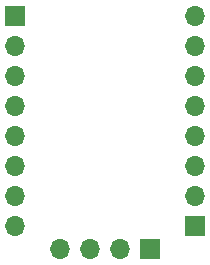
<source format=gbl>
G04 #@! TF.FileFunction,Copper,L2,Bot,Signal*
%FSLAX46Y46*%
G04 Gerber Fmt 4.6, Leading zero omitted, Abs format (unit mm)*
G04 Created by KiCad (PCBNEW 4.0.7-e0-6372~58~ubuntu16.04.1) date Tue Sep 12 02:06:09 2017*
%MOMM*%
%LPD*%
G01*
G04 APERTURE LIST*
%ADD10C,0.100000*%
%ADD11R,1.700000X1.700000*%
%ADD12O,1.700000X1.700000*%
G04 APERTURE END LIST*
D10*
D11*
X140335000Y-96520000D03*
D12*
X140335000Y-99060000D03*
X140335000Y-101600000D03*
X140335000Y-104140000D03*
X140335000Y-106680000D03*
X140335000Y-109220000D03*
X140335000Y-111760000D03*
X140335000Y-114300000D03*
D11*
X155575000Y-114300000D03*
D12*
X155575000Y-111760000D03*
X155575000Y-109220000D03*
X155575000Y-106680000D03*
X155575000Y-104140000D03*
X155575000Y-101600000D03*
X155575000Y-99060000D03*
X155575000Y-96520000D03*
D11*
X151765000Y-116205000D03*
D12*
X149225000Y-116205000D03*
X146685000Y-116205000D03*
X144145000Y-116205000D03*
M02*

</source>
